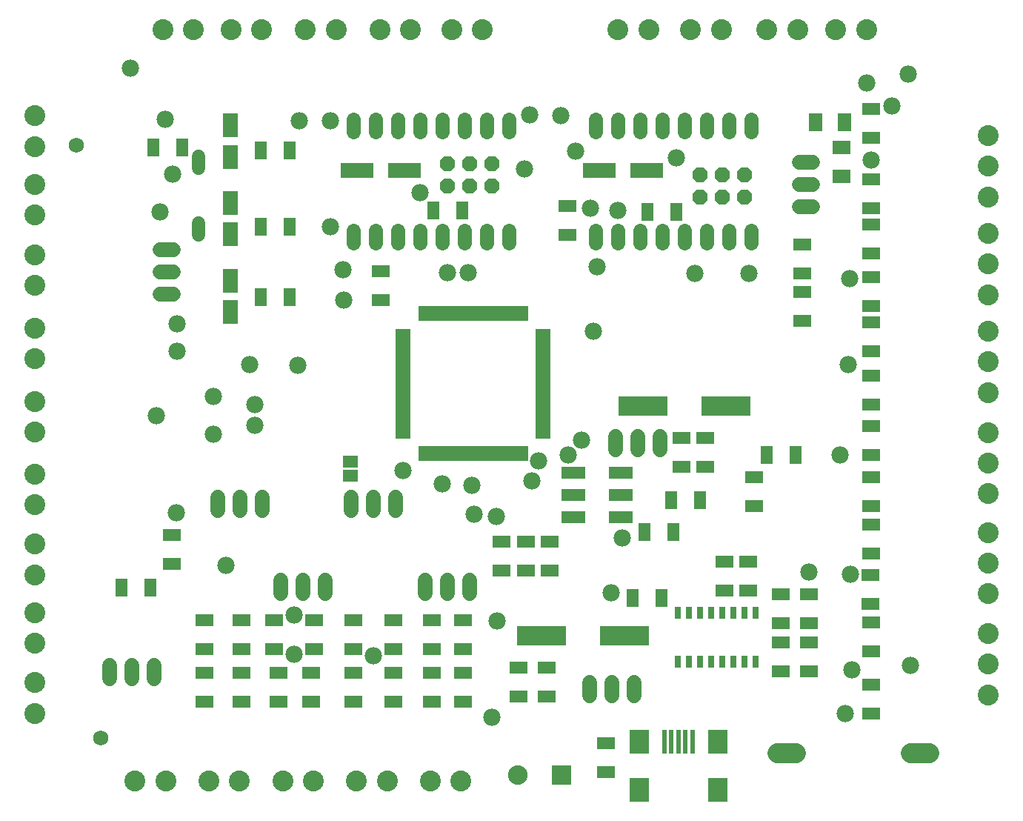
<source format=gbr>
G04 EAGLE Gerber RS-274X export*
G75*
%MOMM*%
%FSLAX34Y34*%
%LPD*%
%INSoldermask Top*%
%IPPOS*%
%AMOC8*
5,1,8,0,0,1.08239X$1,22.5*%
G01*
%ADD10R,2.108200X1.473200*%
%ADD11R,1.473200X2.108200*%
%ADD12R,5.703200X2.203200*%
%ADD13R,0.553200X1.703200*%
%ADD14R,1.703200X0.553200*%
%ADD15R,2.743200X1.473200*%
%ADD16C,1.727200*%
%ADD17R,0.553200X2.703200*%
%ADD18R,2.203200X2.703200*%
%ADD19R,0.803200X1.403200*%
%ADD20C,2.387600*%
%ADD21P,1.869504X8X22.500000*%
%ADD22C,1.611200*%
%ADD23R,3.703200X1.803200*%
%ADD24R,2.235200X2.235200*%
%ADD25C,2.235200*%
%ADD26R,1.803200X2.803200*%
%ADD27R,1.603200X2.103200*%
%ADD28R,2.103200X1.603200*%
%ADD29C,2.298700*%
%ADD30R,1.803400X1.320800*%
%ADD31C,1.524000*%
%ADD32C,1.981200*%
%ADD33C,1.727200*%


D10*
X786127Y400166D03*
X786127Y433186D03*
X813182Y400159D03*
X813182Y433179D03*
D11*
X730352Y250841D03*
X763372Y250841D03*
X806832Y362059D03*
X773812Y362059D03*
D10*
X607874Y281779D03*
X607874Y314799D03*
X580182Y281779D03*
X580182Y314799D03*
X635565Y281779D03*
X635565Y314799D03*
D12*
X836552Y470009D03*
X741552Y470009D03*
X720577Y206985D03*
X625577Y206985D03*
D13*
X487752Y415409D03*
X492752Y415409D03*
X497752Y415409D03*
X502752Y415409D03*
X507752Y415409D03*
X512752Y415409D03*
X517752Y415409D03*
X522752Y415409D03*
X527752Y415409D03*
X532752Y415409D03*
X537752Y415409D03*
X542752Y415409D03*
X547752Y415409D03*
X552752Y415409D03*
X557752Y415409D03*
X562752Y415409D03*
X567752Y415409D03*
X572752Y415409D03*
X577752Y415409D03*
X582752Y415409D03*
X587752Y415409D03*
X592752Y415409D03*
X597752Y415409D03*
X602752Y415409D03*
X607752Y415409D03*
D14*
X627752Y435409D03*
X627752Y440409D03*
X627752Y445409D03*
X627752Y450409D03*
X627752Y455409D03*
X627752Y460409D03*
X627752Y465409D03*
X627752Y470409D03*
X627752Y475409D03*
X627752Y480409D03*
X627752Y485409D03*
X627752Y490409D03*
X627752Y495409D03*
X627752Y500409D03*
X627752Y505409D03*
X627752Y510409D03*
X627752Y515409D03*
X627752Y520409D03*
X627752Y525409D03*
X627752Y530409D03*
X627752Y535409D03*
X627752Y540409D03*
X627752Y545409D03*
X627752Y550409D03*
X627752Y555409D03*
D13*
X607752Y575409D03*
X602752Y575409D03*
X597752Y575409D03*
X592752Y575409D03*
X587752Y575409D03*
X582752Y575409D03*
X577752Y575409D03*
X572752Y575409D03*
X567752Y575409D03*
X562752Y575409D03*
X557752Y575409D03*
X552752Y575409D03*
X547752Y575409D03*
X542752Y575409D03*
X537752Y575409D03*
X532752Y575409D03*
X527752Y575409D03*
X522752Y575409D03*
X517752Y575409D03*
X512752Y575409D03*
X507752Y575409D03*
X502752Y575409D03*
X497752Y575409D03*
X492752Y575409D03*
X487752Y575409D03*
D14*
X467752Y555409D03*
X467752Y550409D03*
X467752Y545409D03*
X467752Y540409D03*
X467752Y535409D03*
X467752Y530409D03*
X467752Y525409D03*
X467752Y520409D03*
X467752Y515409D03*
X467752Y510409D03*
X467752Y505409D03*
X467752Y500409D03*
X467752Y495409D03*
X467752Y490409D03*
X467752Y485409D03*
X467752Y480409D03*
X467752Y475409D03*
X467752Y470409D03*
X467752Y465409D03*
X467752Y460409D03*
X467752Y455409D03*
X467752Y450409D03*
X467752Y445409D03*
X467752Y440409D03*
X467752Y435409D03*
D15*
X662052Y393809D03*
X662052Y368409D03*
X662052Y343009D03*
X716652Y393809D03*
X716652Y368409D03*
X716652Y343009D03*
D10*
X899625Y221347D03*
X899625Y254367D03*
X899625Y166479D03*
X899625Y199499D03*
D11*
X916052Y414129D03*
X883032Y414129D03*
D10*
X410908Y165118D03*
X410908Y132098D03*
X500762Y165209D03*
X500762Y132189D03*
D16*
X543942Y255379D02*
X543942Y270619D01*
X518542Y270619D02*
X518542Y255379D01*
X493142Y255379D02*
X493142Y270619D01*
X458852Y350629D02*
X458852Y365869D01*
X433452Y365869D02*
X433452Y350629D01*
X408052Y350629D02*
X408052Y365869D01*
D11*
X743967Y325864D03*
X776987Y325864D03*
D10*
X500762Y191879D03*
X500762Y224899D03*
X536322Y191879D03*
X536322Y224899D03*
X456955Y191879D03*
X456955Y224899D03*
X862077Y291574D03*
X862077Y258554D03*
X456955Y132098D03*
X456955Y165118D03*
X536322Y132189D03*
X536322Y165209D03*
X835407Y291574D03*
X835407Y258554D03*
X931406Y254367D03*
X931406Y221347D03*
X931565Y199762D03*
X931565Y166742D03*
D11*
X304635Y594602D03*
X337655Y594602D03*
D10*
X410908Y191879D03*
X410908Y224899D03*
D17*
X782350Y86477D03*
X774350Y86477D03*
X798350Y86477D03*
X790350Y86477D03*
D18*
X827350Y31477D03*
X737350Y31477D03*
X737350Y86477D03*
X827350Y86477D03*
D17*
X766350Y86477D03*
D19*
X870332Y233849D03*
X857632Y233849D03*
X844932Y233849D03*
X832232Y233849D03*
X819532Y233849D03*
X806832Y233849D03*
X794132Y233849D03*
X781432Y233849D03*
X781432Y177849D03*
X794132Y177849D03*
X806832Y177849D03*
X819532Y177849D03*
X832232Y177849D03*
X844932Y177849D03*
X857632Y177849D03*
X870332Y177849D03*
D20*
X498515Y40996D03*
X533515Y40996D03*
X414468Y40996D03*
X449468Y40996D03*
D16*
X378842Y255379D02*
X378842Y270619D01*
X353442Y270619D02*
X353442Y255379D01*
X328042Y255379D02*
X328042Y270619D01*
X306452Y350629D02*
X306452Y365869D01*
X281052Y365869D02*
X281052Y350629D01*
X255652Y350629D02*
X255652Y365869D01*
D10*
X240635Y191879D03*
X240635Y224899D03*
X320224Y191879D03*
X320224Y224899D03*
X365908Y191879D03*
X365908Y224899D03*
X283260Y191879D03*
X283260Y224899D03*
X240635Y165107D03*
X240635Y132087D03*
X325502Y165209D03*
X325502Y132189D03*
X283260Y132334D03*
X283260Y165354D03*
X362332Y132189D03*
X362332Y165209D03*
D20*
X330132Y40996D03*
X365132Y40996D03*
X245795Y40996D03*
X280795Y40996D03*
D11*
X535052Y693529D03*
X502032Y693529D03*
D21*
X518542Y721469D03*
X518542Y746869D03*
X543942Y721469D03*
X543942Y746869D03*
X569342Y721469D03*
X569342Y746869D03*
X806889Y708374D03*
X806889Y733774D03*
X832289Y708374D03*
X832289Y733774D03*
X857689Y708374D03*
X857689Y733774D03*
D11*
X746637Y691213D03*
X779657Y691213D03*
D22*
X410592Y670089D02*
X410592Y656009D01*
X435992Y656009D02*
X435992Y670089D01*
X461392Y670089D02*
X461392Y656009D01*
X486792Y656009D02*
X486792Y670089D01*
X512192Y670089D02*
X512192Y656009D01*
X537592Y656009D02*
X537592Y670089D01*
X562992Y670089D02*
X562992Y656009D01*
X588392Y656009D02*
X588392Y670089D01*
X588392Y783009D02*
X588392Y797089D01*
X562992Y797089D02*
X562992Y783009D01*
X537592Y783009D02*
X537592Y797089D01*
X512192Y797089D02*
X512192Y783009D01*
X486792Y783009D02*
X486792Y797089D01*
X461392Y797089D02*
X461392Y783009D01*
X435992Y783009D02*
X435992Y797089D01*
X410592Y797089D02*
X410592Y783009D01*
X687452Y670089D02*
X687452Y656009D01*
X712852Y656009D02*
X712852Y670089D01*
X738252Y670089D02*
X738252Y656009D01*
X763652Y656009D02*
X763652Y670089D01*
X789052Y670089D02*
X789052Y656009D01*
X814452Y656009D02*
X814452Y670089D01*
X839852Y670089D02*
X839852Y656009D01*
X865252Y656009D02*
X865252Y670089D01*
X865252Y783009D02*
X865252Y797089D01*
X839852Y797089D02*
X839852Y783009D01*
X814452Y783009D02*
X814452Y797089D01*
X789052Y797089D02*
X789052Y783009D01*
X763652Y783009D02*
X763652Y797089D01*
X738252Y797089D02*
X738252Y783009D01*
X712852Y783009D02*
X712852Y797089D01*
X687452Y797089D02*
X687452Y783009D01*
D10*
X442342Y623649D03*
X442342Y590629D03*
X655702Y698609D03*
X655702Y665589D03*
D23*
X415342Y739249D03*
X469342Y739249D03*
X692202Y739249D03*
X746202Y739249D03*
D20*
X161459Y40996D03*
X196459Y40996D03*
D10*
X599541Y137938D03*
X599541Y170958D03*
X631385Y137938D03*
X631385Y170958D03*
D20*
X1136590Y209804D03*
X1136590Y174804D03*
X1136590Y139804D03*
D10*
X1002412Y222359D03*
X1002412Y189339D03*
X1002412Y118219D03*
X1002412Y151239D03*
D20*
X1136590Y325374D03*
X1136590Y290374D03*
X1136590Y255374D03*
D10*
X1002412Y334119D03*
X1002412Y301099D03*
X1002075Y243825D03*
X1002075Y276845D03*
D20*
X1136590Y439674D03*
X1136590Y404674D03*
X1136590Y369674D03*
D10*
X1002412Y447149D03*
X1002412Y414129D03*
X1002412Y355709D03*
X1002412Y388729D03*
D20*
X1136590Y555244D03*
X1136590Y520244D03*
X1136590Y485244D03*
D10*
X1002412Y565259D03*
X1002412Y532239D03*
X1002412Y471279D03*
X1002412Y504299D03*
D20*
X1136590Y667004D03*
X1136590Y632004D03*
X1136590Y597004D03*
D10*
X1002412Y677019D03*
X1002412Y643999D03*
X1002412Y584309D03*
X1002412Y617329D03*
D20*
X1136590Y778764D03*
X1136590Y743764D03*
X1136590Y708764D03*
D10*
X1002412Y809492D03*
X1002412Y776472D03*
X1002412Y696069D03*
X1002412Y729089D03*
D20*
X46755Y198776D03*
X46755Y233776D03*
X46755Y118736D03*
X46755Y153736D03*
X46755Y356952D03*
X46755Y391952D03*
X46755Y277043D03*
X46755Y312043D03*
X46755Y523903D03*
X46755Y558903D03*
X46755Y440206D03*
X46755Y475206D03*
X46755Y607877D03*
X46755Y642877D03*
D11*
X304635Y674612D03*
X337655Y674612D03*
D20*
X46755Y688111D03*
X46755Y723111D03*
D11*
X304635Y762242D03*
X337655Y762242D03*
D20*
X46755Y766290D03*
X46755Y801290D03*
D10*
X869155Y388269D03*
X869155Y355249D03*
D20*
X440988Y899790D03*
X475988Y899790D03*
X523402Y899790D03*
X558402Y899790D03*
X713373Y899790D03*
X748373Y899790D03*
X796452Y899790D03*
X831452Y899790D03*
D24*
X648465Y47734D03*
D25*
X598465Y47734D03*
D16*
X920497Y748139D02*
X935737Y748139D01*
X935737Y722739D02*
X920497Y722739D01*
X920497Y697339D02*
X935737Y697339D01*
D10*
X923672Y600184D03*
X923672Y567164D03*
X923672Y621139D03*
X923672Y654159D03*
D20*
X883447Y899790D03*
X918447Y899790D03*
X962187Y899790D03*
X997187Y899790D03*
D16*
X204747Y648776D02*
X189507Y648776D01*
X189507Y623376D02*
X204747Y623376D01*
X204747Y597976D02*
X189507Y597976D01*
X680894Y153857D02*
X680894Y138617D01*
X706294Y138617D02*
X706294Y153857D01*
X731694Y153857D02*
X731694Y138617D01*
D26*
X270399Y613127D03*
X270399Y577127D03*
X270399Y701848D03*
X270399Y665848D03*
X270399Y790569D03*
X270399Y754569D03*
D27*
X971803Y794211D03*
X938803Y794211D03*
D28*
X968471Y765311D03*
X968471Y732311D03*
D10*
X699394Y51107D03*
X699394Y84127D03*
D16*
X183106Y158401D02*
X183106Y173641D01*
X157706Y173641D02*
X157706Y158401D01*
X132306Y158401D02*
X132306Y173641D01*
D10*
X203384Y289661D03*
X203384Y322681D03*
D11*
X179169Y262406D03*
X146149Y262406D03*
D20*
X271079Y899790D03*
X306079Y899790D03*
X356034Y899790D03*
X391034Y899790D03*
X193012Y899790D03*
X228012Y899790D03*
D11*
X182422Y765375D03*
X215442Y765375D03*
D29*
X895337Y73479D02*
X916292Y73479D01*
X1047737Y73479D02*
X1068692Y73479D01*
D30*
X407466Y405965D03*
X407466Y390217D03*
D31*
X233730Y665553D02*
X233730Y678761D01*
X233730Y741753D02*
X233730Y754961D01*
D16*
X761424Y435198D02*
X761424Y419958D01*
X736024Y419958D02*
X736024Y435198D01*
X710624Y435198D02*
X710624Y419958D01*
D32*
X717932Y318879D03*
X705232Y256649D03*
X398571Y625236D03*
X156324Y856196D03*
D33*
X93916Y767756D03*
D32*
X1047859Y173754D03*
X467742Y396349D03*
X384888Y674469D03*
X931419Y279788D03*
X681865Y695738D03*
X606469Y740525D03*
X612522Y802199D03*
X512337Y381107D03*
X647524Y801830D03*
X972870Y118183D03*
X1026696Y812394D03*
X250770Y437243D03*
X298367Y447972D03*
X250474Y480928D03*
X185814Y458900D03*
X209545Y563808D03*
X189810Y691243D03*
X204288Y734804D03*
X195906Y797073D03*
X347092Y516108D03*
X209545Y532239D03*
X801442Y621706D03*
X862716Y621706D03*
X689230Y629201D03*
X542322Y622419D03*
X518458Y622445D03*
X399484Y590786D03*
X967356Y413740D03*
X980931Y168681D03*
X978822Y277901D03*
X615152Y384650D03*
X575057Y224264D03*
X549056Y346135D03*
X208735Y348104D03*
X574034Y343952D03*
X433810Y184688D03*
X664846Y761347D03*
X569397Y114069D03*
X384352Y795855D03*
X997187Y838495D03*
X343067Y230703D03*
X712852Y693275D03*
X486848Y713770D03*
X298367Y471196D03*
X292482Y517336D03*
X976795Y517173D03*
X977793Y615472D03*
X1002335Y750966D03*
X546581Y379448D03*
X343104Y186061D03*
X622838Y406787D03*
X264988Y287584D03*
X685566Y555567D03*
X656122Y413976D03*
X1044752Y849449D03*
X780033Y753035D03*
X348762Y796109D03*
D33*
X121775Y90145D03*
D32*
X671244Y431144D03*
M02*

</source>
